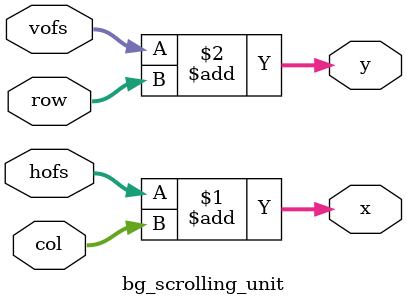
<source format=sv>
module bg_scrolling_unit
  (input logic [9:0] hofs, vofs,
   input logic [7:0] row, col,
   output logic [9:0] x, y);

  assign x = hofs + col;
  assign y = vofs + row;

endmodule: bg_scrolling_unit

</source>
